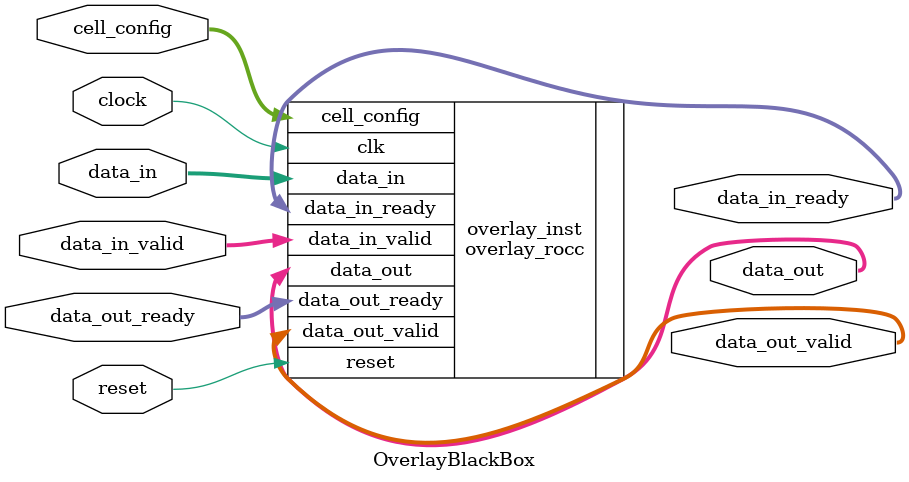
<source format=v>

module OverlayBlackBox

	#(parameter    C_FIXED_POINT = 0, 
	               C_FRACTION_LENGTH = 0, 
	               C_DATA_WIDTH = 32, 
	               C_INPUT_NODES = 8, 
	               C_OUTPUT_NODES = 8,
	               C_FIFO_DEPTH = 32)
	(
		input 				clock,
		input 				reset,
		input 	[191 : 0]	cell_config,

		input 	[C_DATA_WIDTH * C_INPUT_NODES - 1 : 0] 	data_in,
		input 	[C_INPUT_NODES - 1 : 0]					data_in_valid,
		output 	[C_INPUT_NODES - 1 : 0] 				data_in_ready,
		output 	[C_DATA_WIDTH * C_OUTPUT_NODES - 1 : 0] data_out,
		output 	[C_OUTPUT_NODES - 1 : 0]				data_out_valid,
		input 	[C_OUTPUT_NODES - 1 : 0] 				data_out_ready

	);

	overlay_rocc #(
		.C_FIXED_POINT(C_FIXED_POINT), 
		.C_FRACTION_LENGTH(C_FRACTION_LENGTH), 
		.C_DATA_WIDTH(C_DATA_WIDTH), 
		.C_INPUT_NODES(C_INPUT_NODES), 
		.C_OUTPUT_NODES(C_OUTPUT_NODES),
		.C_FIFO_DEPTH(C_FIFO_DEPTH)
	) overlay_inst(
		.clk(clock),
		.reset(reset),
		.data_in(data_in),
		.data_in_valid(data_in_valid),
		.data_in_ready(data_in_ready),
		.data_out(data_out),
		.data_out_valid(data_out_valid),
		.data_out_ready(data_out_ready),
		.cell_config(cell_config)
	);

endmodule
</source>
